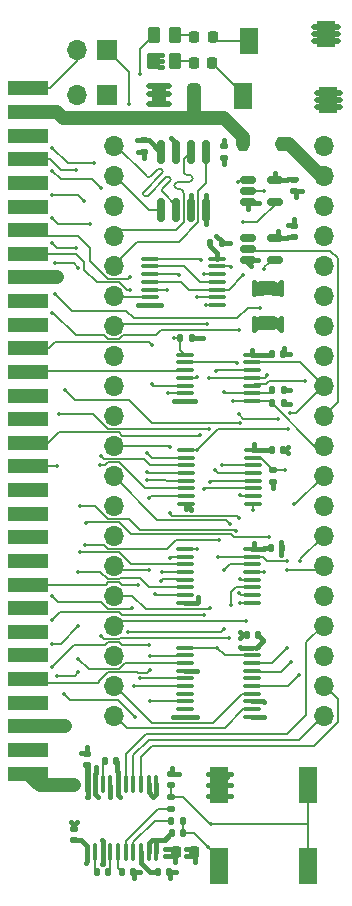
<source format=gbr>
%TF.GenerationSoftware,KiCad,Pcbnew,7.0.7*%
%TF.CreationDate,2023-08-23T23:10:22-06:00*%
%TF.ProjectId,PicoGUS Hand386,5069636f-4755-4532-9048-616e64333836,rev?*%
%TF.SameCoordinates,Original*%
%TF.FileFunction,Copper,L1,Top*%
%TF.FilePolarity,Positive*%
%FSLAX46Y46*%
G04 Gerber Fmt 4.6, Leading zero omitted, Abs format (unit mm)*
G04 Created by KiCad (PCBNEW 7.0.7) date 2023-08-23 23:10:22*
%MOMM*%
%LPD*%
G01*
G04 APERTURE LIST*
G04 Aperture macros list*
%AMRoundRect*
0 Rectangle with rounded corners*
0 $1 Rounding radius*
0 $2 $3 $4 $5 $6 $7 $8 $9 X,Y pos of 4 corners*
0 Add a 4 corners polygon primitive as box body*
4,1,4,$2,$3,$4,$5,$6,$7,$8,$9,$2,$3,0*
0 Add four circle primitives for the rounded corners*
1,1,$1+$1,$2,$3*
1,1,$1+$1,$4,$5*
1,1,$1+$1,$6,$7*
1,1,$1+$1,$8,$9*
0 Add four rect primitives between the rounded corners*
20,1,$1+$1,$2,$3,$4,$5,0*
20,1,$1+$1,$4,$5,$6,$7,0*
20,1,$1+$1,$6,$7,$8,$9,0*
20,1,$1+$1,$8,$9,$2,$3,0*%
G04 Aperture macros list end*
%TA.AperFunction,SMDPad,CuDef*%
%ADD10RoundRect,0.140000X-0.170000X0.140000X-0.170000X-0.140000X0.170000X-0.140000X0.170000X0.140000X0*%
%TD*%
%TA.AperFunction,SMDPad,CuDef*%
%ADD11RoundRect,0.250000X-0.262500X-0.450000X0.262500X-0.450000X0.262500X0.450000X-0.262500X0.450000X0*%
%TD*%
%TA.AperFunction,SMDPad,CuDef*%
%ADD12RoundRect,0.100000X-0.637500X-0.100000X0.637500X-0.100000X0.637500X0.100000X-0.637500X0.100000X0*%
%TD*%
%TA.AperFunction,ComponentPad*%
%ADD13R,1.700000X1.700000*%
%TD*%
%TA.AperFunction,ComponentPad*%
%ADD14O,1.700000X1.700000*%
%TD*%
%TA.AperFunction,SMDPad,CuDef*%
%ADD15RoundRect,0.150000X0.150000X-0.825000X0.150000X0.825000X-0.150000X0.825000X-0.150000X-0.825000X0*%
%TD*%
%TA.AperFunction,SMDPad,CuDef*%
%ADD16RoundRect,0.140000X-0.140000X-0.170000X0.140000X-0.170000X0.140000X0.170000X-0.140000X0.170000X0*%
%TD*%
%TA.AperFunction,SMDPad,CuDef*%
%ADD17RoundRect,0.250000X0.325000X0.650000X-0.325000X0.650000X-0.325000X-0.650000X0.325000X-0.650000X0*%
%TD*%
%TA.AperFunction,SMDPad,CuDef*%
%ADD18RoundRect,0.135000X-0.135000X-0.185000X0.135000X-0.185000X0.135000X0.185000X-0.135000X0.185000X0*%
%TD*%
%TA.AperFunction,SMDPad,CuDef*%
%ADD19R,3.350000X1.250000*%
%TD*%
%TA.AperFunction,SMDPad,CuDef*%
%ADD20R,1.500000X2.200000*%
%TD*%
%TA.AperFunction,SMDPad,CuDef*%
%ADD21RoundRect,0.135000X0.185000X-0.135000X0.185000X0.135000X-0.185000X0.135000X-0.185000X-0.135000X0*%
%TD*%
%TA.AperFunction,SMDPad,CuDef*%
%ADD22RoundRect,0.150000X-0.512500X-0.150000X0.512500X-0.150000X0.512500X0.150000X-0.512500X0.150000X0*%
%TD*%
%TA.AperFunction,SMDPad,CuDef*%
%ADD23RoundRect,0.140000X0.140000X0.170000X-0.140000X0.170000X-0.140000X-0.170000X0.140000X-0.170000X0*%
%TD*%
%TA.AperFunction,SMDPad,CuDef*%
%ADD24RoundRect,0.218750X-0.218750X-0.256250X0.218750X-0.256250X0.218750X0.256250X-0.218750X0.256250X0*%
%TD*%
%TA.AperFunction,SMDPad,CuDef*%
%ADD25RoundRect,0.250000X-0.650000X0.325000X-0.650000X-0.325000X0.650000X-0.325000X0.650000X0.325000X0*%
%TD*%
%TA.AperFunction,SMDPad,CuDef*%
%ADD26RoundRect,0.140000X0.170000X-0.140000X0.170000X0.140000X-0.170000X0.140000X-0.170000X-0.140000X0*%
%TD*%
%TA.AperFunction,SMDPad,CuDef*%
%ADD27RoundRect,0.100000X0.100000X-0.637500X0.100000X0.637500X-0.100000X0.637500X-0.100000X-0.637500X0*%
%TD*%
%TA.AperFunction,SMDPad,CuDef*%
%ADD28RoundRect,0.225000X0.225000X0.375000X-0.225000X0.375000X-0.225000X-0.375000X0.225000X-0.375000X0*%
%TD*%
%TA.AperFunction,SMDPad,CuDef*%
%ADD29RoundRect,0.225000X-0.225000X-0.250000X0.225000X-0.250000X0.225000X0.250000X-0.225000X0.250000X0*%
%TD*%
%TA.AperFunction,SMDPad,CuDef*%
%ADD30R,1.500000X3.100000*%
%TD*%
%TA.AperFunction,SMDPad,CuDef*%
%ADD31RoundRect,0.250000X0.262500X0.450000X-0.262500X0.450000X-0.262500X-0.450000X0.262500X-0.450000X0*%
%TD*%
%TA.AperFunction,ViaPad*%
%ADD32C,0.350000*%
%TD*%
%TA.AperFunction,Conductor*%
%ADD33C,0.171000*%
%TD*%
%TA.AperFunction,Conductor*%
%ADD34C,0.400000*%
%TD*%
%TA.AperFunction,Conductor*%
%ADD35C,0.500000*%
%TD*%
%TA.AperFunction,Conductor*%
%ADD36C,1.200000*%
%TD*%
%TA.AperFunction,Conductor*%
%ADD37C,0.200000*%
%TD*%
G04 APERTURE END LIST*
D10*
%TO.P,C10,1*%
%TO.N,+3V3*%
X134620000Y-70386000D03*
%TO.P,C10,2*%
%TO.N,GND*%
X134620000Y-71346000D03*
%TD*%
D11*
%TO.P,R3,1*%
%TO.N,UART_TX*%
X128675000Y-61000000D03*
%TO.P,R3,2*%
%TO.N,Net-(FB1-Pad1)*%
X130500000Y-61000000D03*
%TD*%
D12*
%TO.P,U3,1,S*%
%TO.N,ADS*%
X131318000Y-104487000D03*
%TO.P,U3,2,1B1*%
%TO.N,A0*%
X131318000Y-105137000D03*
%TO.P,U3,3,1B2*%
%TO.N,D0*%
X131318000Y-105787000D03*
%TO.P,U3,4,1A*%
%TO.N,AD0*%
X131318000Y-106437000D03*
%TO.P,U3,5,2B1*%
%TO.N,A1*%
X131318000Y-107087000D03*
%TO.P,U3,6,2B2*%
%TO.N,D1*%
X131318000Y-107737000D03*
%TO.P,U3,7,2A*%
%TO.N,AD1*%
X131318000Y-108387000D03*
%TO.P,U3,8,GND*%
%TO.N,GND*%
X131318000Y-109037000D03*
%TO.P,U3,9,3A*%
%TO.N,AD3*%
X137043000Y-109037000D03*
%TO.P,U3,10,3B2*%
%TO.N,D3*%
X137043000Y-108387000D03*
%TO.P,U3,11,3B1*%
%TO.N,A3*%
X137043000Y-107737000D03*
%TO.P,U3,12,4A*%
%TO.N,AD2*%
X137043000Y-107087000D03*
%TO.P,U3,13,4B2*%
%TO.N,D2*%
X137043000Y-106437000D03*
%TO.P,U3,14,4B1*%
%TO.N,A2*%
X137043000Y-105787000D03*
%TO.P,U3,15,~{OE}*%
%TO.N,~{BUSOE}*%
X137043000Y-105137000D03*
%TO.P,U3,16,VCC*%
%TO.N,+3V3*%
X137043000Y-104487000D03*
%TD*%
D13*
%TO.P,J6,1,Pin_1*%
%TO.N,UART_TX*%
X124714000Y-66040000D03*
D14*
%TO.P,J6,2,Pin_2*%
%TO.N,GND*%
X122174000Y-66040000D03*
%TD*%
D12*
%TO.P,U6,1*%
%TO.N,Net-(U5-Pad12)*%
X128338500Y-79920000D03*
%TO.P,U6,2*%
%TO.N,Net-(U6-Pad11)*%
X128338500Y-80570000D03*
%TO.P,U6,3*%
%TO.N,BUSOE*%
X128338500Y-81220000D03*
%TO.P,U6,4*%
%TO.N,Net-(U6-Pad10)*%
X128338500Y-81870000D03*
%TO.P,U6,5*%
%TO.N,Net-(U5-Pad6)*%
X128338500Y-82520000D03*
%TO.P,U6,6*%
%TO.N,~{RIOW}*%
X128338500Y-83170000D03*
%TO.P,U6,7,GND*%
%TO.N,GND*%
X128338500Y-83820000D03*
%TO.P,U6,8*%
%TO.N,~{RIOR}*%
X134063500Y-83820000D03*
%TO.P,U6,9*%
%TO.N,Net-(U5-Pad4)*%
X134063500Y-83170000D03*
%TO.P,U6,10*%
%TO.N,Net-(U6-Pad10)*%
X134063500Y-82520000D03*
%TO.P,U6,11*%
%TO.N,Net-(U6-Pad11)*%
X134063500Y-81870000D03*
%TO.P,U6,12*%
%TO.N,BUSOE*%
X134063500Y-81220000D03*
%TO.P,U6,13*%
%TO.N,RUN*%
X134063500Y-80570000D03*
%TO.P,U6,14,VCC*%
%TO.N,+3V3*%
X134063500Y-79920000D03*
%TD*%
D13*
%TO.P,JP1,1,A*%
%TO.N,Net-(JP1-A)*%
X124719000Y-62230000D03*
D14*
%TO.P,JP1,2,B*%
%TO.N,RESET*%
X122179000Y-62230000D03*
%TD*%
D15*
%TO.P,U8,1,~{CE}*%
%TO.N,~{SPI_CS}*%
X129296000Y-75791000D03*
%TO.P,U8,2,SO/SIO*%
%TO.N,SPI_RX*%
X130566000Y-75791000D03*
%TO.P,U8,3,SIO2*%
%TO.N,GND*%
X131836000Y-75791000D03*
%TO.P,U8,4,VSS*%
X133106000Y-75791000D03*
%TO.P,U8,5,SI/SIO*%
%TO.N,SPI_TX*%
X133106000Y-70841000D03*
%TO.P,U8,6,SCLK*%
%TO.N,SPI_SCK*%
X131836000Y-70841000D03*
%TO.P,U8,7,SIO3*%
%TO.N,GND*%
X130566000Y-70841000D03*
%TO.P,U8,8,VCC*%
%TO.N,+3V3*%
X129296000Y-70841000D03*
%TD*%
D16*
%TO.P,C13,1*%
%TO.N,Net-(U10-LDOO)*%
X124570000Y-122450000D03*
%TO.P,C13,2*%
%TO.N,GND*%
X125530000Y-122450000D03*
%TD*%
%TO.P,C3,1*%
%TO.N,+3V3*%
X138712000Y-88011000D03*
%TO.P,C3,2*%
%TO.N,GND*%
X139672000Y-88011000D03*
%TD*%
D17*
%TO.P,C2,1*%
%TO.N,+5V*%
X132075000Y-66000000D03*
%TO.P,C2,2*%
%TO.N,GND*%
X129125000Y-66000000D03*
%TD*%
D16*
%TO.P,C9,1*%
%TO.N,+3V3*%
X138585000Y-104394000D03*
%TO.P,C9,2*%
%TO.N,GND*%
X139545000Y-104394000D03*
%TD*%
D18*
%TO.P,R6,1*%
%TO.N,Net-(U10-OUTR)*%
X130169000Y-127508000D03*
%TO.P,R6,2*%
%TO.N,/Audio/AUDIO_R*%
X131189000Y-127508000D03*
%TD*%
D16*
%TO.P,C18,1*%
%TO.N,GND*%
X130199000Y-128524000D03*
%TO.P,C18,2*%
%TO.N,/Audio/AUDIO_R*%
X131159000Y-128524000D03*
%TD*%
D19*
%TO.P,J3,1,RESET*%
%TO.N,RESET*%
X118058000Y-65500000D03*
%TO.P,J3,3,VCC*%
%TO.N,+5V*%
X118058000Y-67500000D03*
%TO.P,J3,5,IRQ2*%
%TO.N,IRQ2*%
X118058000Y-69500000D03*
%TO.P,J3,7,-5V*%
%TO.N,Net-(J3--5V)*%
X118058000Y-71500000D03*
%TO.P,J3,9,DRQ2*%
%TO.N,unconnected-(J3-DRQ2-Pad9)*%
X118058000Y-73500000D03*
%TO.P,J3,11,-12V*%
%TO.N,unconnected-(J3--12V-Pad11)*%
X118058000Y-75500000D03*
%TO.P,J3,13,UNUSED*%
%TO.N,AUDIO_L_OUT*%
X118058000Y-77500000D03*
%TO.P,J3,15,+12V*%
%TO.N,AUDIO_R_OUT*%
X118058000Y-79500000D03*
%TO.P,J3,17,GND*%
%TO.N,GND*%
X118058000Y-81500000D03*
%TO.P,J3,19,~{SMEMW}*%
%TO.N,unconnected-(J3-~{SMEMW}-Pad19)*%
X118058000Y-83500000D03*
%TO.P,J3,21,~{SMEMR}*%
%TO.N,unconnected-(J3-~{SMEMR}-Pad21)*%
X118058000Y-85500000D03*
%TO.P,J3,23,~{IOW}*%
%TO.N,~{IOW}*%
X118058000Y-87500000D03*
%TO.P,J3,25,~{IOR}*%
%TO.N,~{IOR}*%
X118058000Y-89500000D03*
%TO.P,J3,27,~{DACK3}*%
%TO.N,DACK3*%
X118058000Y-91500000D03*
%TO.P,J3,29,DRQ3*%
%TO.N,DRQ3*%
X118058000Y-93500000D03*
%TO.P,J3,31,~{DACK1}*%
%TO.N,DACK*%
X118058000Y-95500000D03*
%TO.P,J3,33,DRQ1*%
%TO.N,DRQ*%
X118058000Y-97500000D03*
%TO.P,J3,35,~{DACK0}*%
%TO.N,unconnected-(J3-~{DACK0}-Pad35)*%
X118058000Y-99500000D03*
%TO.P,J3,37,CLK*%
%TO.N,unconnected-(J3-CLK-Pad37)*%
X118058000Y-101500000D03*
%TO.P,J3,39,IRQ7*%
%TO.N,IRQ7*%
X118058000Y-103500000D03*
%TO.P,J3,41,IRQ6*%
%TO.N,unconnected-(J3-IRQ6-Pad41)*%
X118058000Y-105500000D03*
%TO.P,J3,43,IRQ5*%
%TO.N,IRQ*%
X118058000Y-107500000D03*
%TO.P,J3,45,IRQ4*%
%TO.N,IRQ4*%
X118058000Y-109500000D03*
%TO.P,J3,47,IRQ3*%
%TO.N,IRQ3*%
X118058000Y-111500000D03*
%TO.P,J3,49,~{DACK2}*%
%TO.N,unconnected-(J3-~{DACK2}-Pad49)*%
X118058000Y-113500000D03*
%TO.P,J3,51,TC*%
%TO.N,TC*%
X118058000Y-115500000D03*
%TO.P,J3,53,ALE*%
%TO.N,unconnected-(J3-ALE-Pad53)*%
X118058000Y-117500000D03*
%TO.P,J3,55,VCC*%
%TO.N,+5V*%
X118058000Y-119500000D03*
%TO.P,J3,57,OSC*%
%TO.N,unconnected-(J3-OSC-Pad57)*%
X118058000Y-121500000D03*
%TO.P,J3,59,GND*%
%TO.N,GND*%
X118058000Y-123500000D03*
%TD*%
D20*
%TO.P,J5,R*%
%TO.N,Net-(FB2-Pad2)*%
X136275000Y-66100000D03*
%TO.P,J5,S*%
%TO.N,GND*%
X143275000Y-60900000D03*
X143475000Y-66500000D03*
%TO.P,J5,T*%
%TO.N,Net-(FB1-Pad2)*%
X136775000Y-61500000D03*
%TD*%
D16*
%TO.P,C12,1*%
%TO.N,Net-(U10-CAPP)*%
X123853000Y-131826000D03*
%TO.P,C12,2*%
%TO.N,Net-(U10-CAPM)*%
X124813000Y-131826000D03*
%TD*%
D21*
%TO.P,R5,1*%
%TO.N,Net-(U10-OUTL)*%
X130171000Y-126496000D03*
%TO.P,R5,2*%
%TO.N,/Audio/AUDIO_L*%
X130171000Y-125476000D03*
%TD*%
D16*
%TO.P,C7,1*%
%TO.N,+3V3*%
X133487000Y-78568000D03*
%TO.P,C7,2*%
%TO.N,GND*%
X134447000Y-78568000D03*
%TD*%
D12*
%TO.P,U4,1,S*%
%TO.N,ADS*%
X131386500Y-96105000D03*
%TO.P,U4,2,1B1*%
%TO.N,A4*%
X131386500Y-96755000D03*
%TO.P,U4,3,1B2*%
%TO.N,D4*%
X131386500Y-97405000D03*
%TO.P,U4,4,1A*%
%TO.N,AD4*%
X131386500Y-98055000D03*
%TO.P,U4,5,2B1*%
%TO.N,A5*%
X131386500Y-98705000D03*
%TO.P,U4,6,2B2*%
%TO.N,D5*%
X131386500Y-99355000D03*
%TO.P,U4,7,2A*%
%TO.N,AD5*%
X131386500Y-100005000D03*
%TO.P,U4,8,GND*%
%TO.N,GND*%
X131386500Y-100655000D03*
%TO.P,U4,9,3A*%
%TO.N,AD7*%
X137111500Y-100655000D03*
%TO.P,U4,10,3B2*%
%TO.N,D7*%
X137111500Y-100005000D03*
%TO.P,U4,11,3B1*%
%TO.N,A7*%
X137111500Y-99355000D03*
%TO.P,U4,12,4A*%
%TO.N,AD6*%
X137111500Y-98705000D03*
%TO.P,U4,13,4B2*%
%TO.N,D6*%
X137111500Y-98055000D03*
%TO.P,U4,14,4B1*%
%TO.N,A6*%
X137111500Y-97405000D03*
%TO.P,U4,15,~{OE}*%
%TO.N,~{BUSOE}*%
X137111500Y-96755000D03*
%TO.P,U4,16,VCC*%
%TO.N,+3V3*%
X137111500Y-96105000D03*
%TD*%
D10*
%TO.P,C14,1*%
%TO.N,GND*%
X123059000Y-121821000D03*
%TO.P,C14,2*%
%TO.N,+3V3*%
X123059000Y-122781000D03*
%TD*%
D22*
%TO.P,U7,1*%
%TO.N,AEN*%
X136657500Y-73218000D03*
%TO.P,U7,2*%
%TO.N,DACK*%
X136657500Y-74168000D03*
%TO.P,U7,3,GND*%
%TO.N,GND*%
X136657500Y-75118000D03*
%TO.P,U7,4*%
%TO.N,Net-(U6-Pad10)*%
X138932500Y-75118000D03*
%TO.P,U7,5,VCC*%
%TO.N,+3V3*%
X138932500Y-73218000D03*
%TD*%
D12*
%TO.P,U5,1*%
%TO.N,BUSOE*%
X131318000Y-88048000D03*
%TO.P,U5,2*%
%TO.N,~{BUSOE}*%
X131318000Y-88698000D03*
%TO.P,U5,3*%
%TO.N,~{IOR}*%
X131318000Y-89348000D03*
%TO.P,U5,4*%
%TO.N,Net-(U5-Pad4)*%
X131318000Y-89998000D03*
%TO.P,U5,5*%
%TO.N,~{IOW}*%
X131318000Y-90648000D03*
%TO.P,U5,6*%
%TO.N,Net-(U5-Pad6)*%
X131318000Y-91298000D03*
%TO.P,U5,7,GND*%
%TO.N,GND*%
X131318000Y-91948000D03*
%TO.P,U5,8*%
%TO.N,RUN*%
X137043000Y-91948000D03*
%TO.P,U5,9*%
%TO.N,Net-(JP1-A)*%
X137043000Y-91298000D03*
%TO.P,U5,10*%
%TO.N,~{RDACK}*%
X137043000Y-90648000D03*
%TO.P,U5,11*%
%TO.N,DACK*%
X137043000Y-89998000D03*
%TO.P,U5,12*%
%TO.N,Net-(U5-Pad12)*%
X137043000Y-89348000D03*
%TO.P,U5,13*%
%TO.N,ADS*%
X137043000Y-88698000D03*
%TO.P,U5,14,VCC*%
%TO.N,+3V3*%
X137043000Y-88048000D03*
%TD*%
D14*
%TO.P,U1,1,GPIO0*%
%TO.N,SPI_RX*%
X125290500Y-70358000D03*
%TO.P,U1,2,GPIO1*%
%TO.N,~{SPI_CS}*%
X125290500Y-72898000D03*
%TO.P,U1,3,GND*%
%TO.N,GND*%
X125290500Y-75438000D03*
%TO.P,U1,4,GPIO2*%
%TO.N,SPI_SCK*%
X125290500Y-77978000D03*
%TO.P,U1,5,GPIO3*%
%TO.N,SPI_TX*%
X125290500Y-80518000D03*
%TO.P,U1,6,GPIO4*%
%TO.N,~{RIOW}*%
X125290500Y-83058000D03*
%TO.P,U1,7,GPIO5*%
%TO.N,~{RIOR}*%
X125290500Y-85598000D03*
%TO.P,U1,8,GND*%
%TO.N,GND*%
X125290500Y-88138000D03*
%TO.P,U1,9,GPIO6*%
%TO.N,AD0*%
X125290500Y-90678000D03*
%TO.P,U1,10,GPIO7*%
%TO.N,AD1*%
X125290500Y-93218000D03*
%TO.P,U1,11,GPIO8*%
%TO.N,AD2*%
X125290500Y-95758000D03*
%TO.P,U1,12,GPIO9*%
%TO.N,AD3*%
X125290500Y-98298000D03*
%TO.P,U1,13,GND*%
%TO.N,GND*%
X125290500Y-100838000D03*
%TO.P,U1,14,GPIO10*%
%TO.N,AD4*%
X125290500Y-103378000D03*
%TO.P,U1,15,GPIO11*%
%TO.N,AD5*%
X125290500Y-105918000D03*
%TO.P,U1,16,GPIO12*%
%TO.N,AD6*%
X125290500Y-108458000D03*
%TO.P,U1,17,GPIO13*%
%TO.N,AD7*%
X125290500Y-110998000D03*
%TO.P,U1,18,GND*%
%TO.N,GND*%
X125290500Y-113538000D03*
%TO.P,U1,19,GPIO14*%
%TO.N,RA8*%
X125290500Y-116078000D03*
%TO.P,U1,20,GPIO15*%
%TO.N,RA9*%
X125290500Y-118618000D03*
%TO.P,U1,21,GPIO16*%
%TO.N,DIN*%
X143070500Y-118618000D03*
%TO.P,U1,22,GPIO17*%
%TO.N,BCK*%
X143070500Y-116078000D03*
%TO.P,U1,23,GND*%
%TO.N,GND*%
X143070500Y-113538000D03*
%TO.P,U1,24,GPIO18*%
%TO.N,LRCK*%
X143070500Y-110998000D03*
%TO.P,U1,25,GPIO19*%
%TO.N,~{RDACK}*%
X143070500Y-108458000D03*
%TO.P,U1,26,GPIO20*%
%TO.N,RTC*%
X143070500Y-105918000D03*
%TO.P,U1,27,GPIO21*%
%TO.N,RIRQ*%
X143070500Y-103378000D03*
%TO.P,U1,28,GND*%
%TO.N,GND*%
X143070500Y-100838000D03*
%TO.P,U1,29,GPIO22*%
%TO.N,RDRQ*%
X143070500Y-98298000D03*
%TO.P,U1,30,RUN*%
%TO.N,RUN*%
X143070500Y-95758000D03*
%TO.P,U1,31,GPIO26_ADC0*%
%TO.N,~{RI{slash}OCHRDY}*%
X143070500Y-93218000D03*
%TO.P,U1,32,GPIO27_ADC1*%
%TO.N,ADS*%
X143070500Y-90678000D03*
%TO.P,U1,33,AGND*%
%TO.N,GND*%
X143070500Y-88138000D03*
%TO.P,U1,34,GPIO28_ADC2*%
%TO.N,UART_TX*%
X143070500Y-85598000D03*
%TO.P,U1,35,ADC_VREF*%
%TO.N,unconnected-(U1-ADC_VREF-Pad35)*%
X143070500Y-83058000D03*
%TO.P,U1,36,3V3*%
%TO.N,+3V3*%
X143070500Y-80518000D03*
%TO.P,U1,37,3V3_EN*%
%TO.N,unconnected-(U1-3V3_EN-Pad37)*%
X143070500Y-77978000D03*
%TO.P,U1,38,GND*%
%TO.N,GND*%
X143070500Y-75438000D03*
%TO.P,U1,39,VSYS*%
%TO.N,/VSYS*%
X143070500Y-72898000D03*
%TO.P,U1,40,VBUS*%
%TO.N,unconnected-(U1-VBUS-Pad40)*%
X143070500Y-70358000D03*
%TD*%
D23*
%TO.P,C4,1*%
%TO.N,+3V3*%
X137513000Y-111760000D03*
%TO.P,C4,2*%
%TO.N,GND*%
X136553000Y-111760000D03*
%TD*%
D24*
%TO.P,FB1,1*%
%TO.N,Net-(FB1-Pad1)*%
X132102000Y-61127000D03*
%TO.P,FB1,2*%
%TO.N,Net-(FB1-Pad2)*%
X133677000Y-61127000D03*
%TD*%
D25*
%TO.P,C1,1*%
%TO.N,+3V3*%
X138313000Y-82427000D03*
%TO.P,C1,2*%
%TO.N,GND*%
X138313000Y-85377000D03*
%TD*%
D26*
%TO.P,C6,1*%
%TO.N,+3V3*%
X140599000Y-78077000D03*
%TO.P,C6,2*%
%TO.N,GND*%
X140599000Y-77117000D03*
%TD*%
D24*
%TO.P,FB2,1*%
%TO.N,Net-(FB2-Pad1)*%
X132064500Y-63327000D03*
%TO.P,FB2,2*%
%TO.N,Net-(FB2-Pad2)*%
X133639500Y-63327000D03*
%TD*%
D18*
%TO.P,R1,1*%
%TO.N,BUSOE*%
X130935000Y-86614000D03*
%TO.P,R1,2*%
%TO.N,GND*%
X131955000Y-86614000D03*
%TD*%
D27*
%TO.P,U10,1,CPVDD*%
%TO.N,+3V3*%
X123059000Y-130116500D03*
%TO.P,U10,2,CAPP*%
%TO.N,Net-(U10-CAPP)*%
X123709000Y-130116500D03*
%TO.P,U10,3,CPGND*%
%TO.N,GND*%
X124359000Y-130116500D03*
%TO.P,U10,4,CAPM*%
%TO.N,Net-(U10-CAPM)*%
X125009000Y-130116500D03*
%TO.P,U10,5,VNEG*%
%TO.N,Net-(U10-VNEG)*%
X125659000Y-130116500D03*
%TO.P,U10,6,OUTL*%
%TO.N,Net-(U10-OUTL)*%
X126309000Y-130116500D03*
%TO.P,U10,7,OUTR*%
%TO.N,Net-(U10-OUTR)*%
X126959000Y-130116500D03*
%TO.P,U10,8,AVDD*%
%TO.N,+3V3*%
X127609000Y-130116500D03*
%TO.P,U10,9,AGND*%
%TO.N,GND*%
X128259000Y-130116500D03*
%TO.P,U10,10,DEMP*%
X128909000Y-130116500D03*
%TO.P,U10,11,FLT*%
X128909000Y-124391500D03*
%TO.P,U10,12,SCK*%
X128259000Y-124391500D03*
%TO.P,U10,13,BCK*%
%TO.N,BCK*%
X127609000Y-124391500D03*
%TO.P,U10,14,DIN*%
%TO.N,DIN*%
X126959000Y-124391500D03*
%TO.P,U10,15,LRCK*%
%TO.N,LRCK*%
X126309000Y-124391500D03*
%TO.P,U10,16,FMT*%
%TO.N,GND*%
X125659000Y-124391500D03*
%TO.P,U10,17,XSMT*%
%TO.N,+3V3*%
X125009000Y-124391500D03*
%TO.P,U10,18,LDOO*%
%TO.N,Net-(U10-LDOO)*%
X124359000Y-124391500D03*
%TO.P,U10,19,DGND*%
%TO.N,GND*%
X123709000Y-124391500D03*
%TO.P,U10,20,DVDD*%
%TO.N,+3V3*%
X123059000Y-124391500D03*
%TD*%
D21*
%TO.P,R2,1*%
%TO.N,+3V3*%
X138811000Y-98808000D03*
%TO.P,R2,2*%
%TO.N,~{BUSOE}*%
X138811000Y-97788000D03*
%TD*%
D23*
%TO.P,C16,1*%
%TO.N,GND*%
X130020000Y-131826000D03*
%TO.P,C16,2*%
%TO.N,+3V3*%
X129060000Y-131826000D03*
%TD*%
D16*
%TO.P,C11,1*%
%TO.N,Net-(U10-VNEG)*%
X126012000Y-131826000D03*
%TO.P,C11,2*%
%TO.N,GND*%
X126972000Y-131826000D03*
%TD*%
D18*
%TO.P,R8,1*%
%TO.N,RUN*%
X138684000Y-92160000D03*
%TO.P,R8,2*%
%TO.N,+3V3*%
X139704000Y-92160000D03*
%TD*%
D28*
%TO.P,D1,1,K*%
%TO.N,/VSYS*%
X139585000Y-70186000D03*
%TO.P,D1,2,A*%
%TO.N,+5V*%
X136285000Y-70186000D03*
%TD*%
D22*
%TO.P,U9,1*%
%TO.N,N/C*%
X136667500Y-78126000D03*
%TO.P,U9,2*%
%TO.N,~{RI{slash}OCHRDY}*%
X136667500Y-79076000D03*
%TO.P,U9,3,GND*%
%TO.N,GND*%
X136667500Y-80026000D03*
%TO.P,U9,4*%
%TO.N,I{slash}OCHRDY*%
X138942500Y-80026000D03*
%TO.P,U9,5,VCC*%
%TO.N,+3V3*%
X138942500Y-78126000D03*
%TD*%
D10*
%TO.P,C20,1*%
%TO.N,+3V3*%
X140589000Y-73208000D03*
%TO.P,C20,2*%
%TO.N,GND*%
X140589000Y-74168000D03*
%TD*%
D29*
%TO.P,C17,1*%
%TO.N,+3V3*%
X130543000Y-130175000D03*
%TO.P,C17,2*%
%TO.N,GND*%
X132093000Y-130175000D03*
%TD*%
D10*
%TO.P,C19,1*%
%TO.N,GND*%
X130171000Y-123502000D03*
%TO.P,C19,2*%
%TO.N,/Audio/AUDIO_L*%
X130171000Y-124462000D03*
%TD*%
%TO.P,C15,1*%
%TO.N,GND*%
X121920000Y-128157000D03*
%TO.P,C15,2*%
%TO.N,+3V3*%
X121920000Y-129117000D03*
%TD*%
%TO.P,C8,1*%
%TO.N,+3V3*%
X127889000Y-69878000D03*
%TO.P,C8,2*%
%TO.N,GND*%
X127889000Y-70838000D03*
%TD*%
D12*
%TO.P,U2,1,1OE*%
%TO.N,~{BUSOE}*%
X131318000Y-112850000D03*
%TO.P,U2,2,1A0*%
%TO.N,TC*%
X131318000Y-113500000D03*
%TO.P,U2,3,2Y0*%
%TO.N,DRQ*%
X131318000Y-114150000D03*
%TO.P,U2,4,1A1*%
%TO.N,GND*%
X131318000Y-114800000D03*
%TO.P,U2,5,2Y1*%
%TO.N,IRQ*%
X131318000Y-115450000D03*
%TO.P,U2,6,1A2*%
%TO.N,A8*%
X131318000Y-116100000D03*
%TO.P,U2,7,2Y2*%
%TO.N,unconnected-(U2-2Y2-Pad7)*%
X131318000Y-116750000D03*
%TO.P,U2,8,1A3*%
%TO.N,A9*%
X131318000Y-117400000D03*
%TO.P,U2,9,2Y3*%
%TO.N,unconnected-(U2-2Y3-Pad9)*%
X131318000Y-118050000D03*
%TO.P,U2,10,GND*%
%TO.N,GND*%
X131318000Y-118700000D03*
%TO.P,U2,11,2A3*%
X137043000Y-118700000D03*
%TO.P,U2,12,1Y3*%
%TO.N,RA9*%
X137043000Y-118050000D03*
%TO.P,U2,13,2A2*%
%TO.N,GND*%
X137043000Y-117400000D03*
%TO.P,U2,14,1Y2*%
%TO.N,RA8*%
X137043000Y-116750000D03*
%TO.P,U2,15,2A1*%
%TO.N,RIRQ*%
X137043000Y-116100000D03*
%TO.P,U2,16,1Y1*%
%TO.N,unconnected-(U2-1Y1-Pad16)*%
X137043000Y-115450000D03*
%TO.P,U2,17,2A0*%
%TO.N,RDRQ*%
X137043000Y-114800000D03*
%TO.P,U2,18,1Y0*%
%TO.N,RTC*%
X137043000Y-114150000D03*
%TO.P,U2,19,2OE*%
%TO.N,~{BUSOE}*%
X137043000Y-113500000D03*
%TO.P,U2,20,VCC*%
%TO.N,+3V3*%
X137043000Y-112850000D03*
%TD*%
D30*
%TO.P,J1,R*%
%TO.N,/Audio/AUDIO_R*%
X134245000Y-131339000D03*
%TO.P,J1,S*%
%TO.N,GND*%
X134245000Y-124439000D03*
%TO.P,J1,T*%
%TO.N,/Audio/AUDIO_L*%
X141745000Y-124439000D03*
X141745000Y-131339000D03*
%TD*%
D16*
%TO.P,C5,1*%
%TO.N,+3V3*%
X138712000Y-96139000D03*
%TO.P,C5,2*%
%TO.N,GND*%
X139672000Y-96139000D03*
%TD*%
D31*
%TO.P,R4,1*%
%TO.N,Net-(FB2-Pad1)*%
X130462500Y-63200000D03*
%TO.P,R4,2*%
%TO.N,+3V3*%
X128637500Y-63200000D03*
%TD*%
D18*
%TO.P,R7,1*%
%TO.N,Net-(JP1-A)*%
X138682000Y-91059000D03*
%TO.P,R7,2*%
%TO.N,GND*%
X139702000Y-91059000D03*
%TD*%
D32*
%TO.N,A0*%
X130048000Y-105283000D03*
%TO.N,A1*%
X129286000Y-107188000D03*
%TO.N,A2*%
X134620000Y-111252000D03*
X134620000Y-106299000D03*
X126492000Y-111506000D03*
%TO.N,A3*%
X135255000Y-109220000D03*
X124206000Y-111887000D03*
X135074000Y-112068000D03*
%TO.N,A4*%
X120500000Y-115212000D03*
X128143000Y-96393000D03*
X122301000Y-114935000D03*
%TO.N,A5*%
X128270000Y-112649000D03*
X120100000Y-114500000D03*
X128143000Y-98679000D03*
%TO.N,A6*%
X134493000Y-97409000D03*
X134239000Y-103759000D03*
X122301000Y-110998000D03*
X120100000Y-112500000D03*
X122882000Y-104140000D03*
%TO.N,A7*%
X132969000Y-99441000D03*
X120100000Y-110500000D03*
X132969000Y-110109000D03*
%TO.N,A8*%
X120100000Y-108500000D03*
X126873000Y-109474000D03*
X127000000Y-116078000D03*
%TO.N,A9*%
X121050000Y-116750000D03*
X127127000Y-118745000D03*
X128400000Y-117400000D03*
%TO.N,D0*%
X120300000Y-80300000D03*
X122300000Y-80700000D03*
X122428000Y-104775000D03*
%TO.N,D1*%
X120100000Y-78600000D03*
X122275000Y-106400000D03*
X122100000Y-79000000D03*
%TO.N,D2*%
X122936000Y-102300000D03*
X138049000Y-106426000D03*
X120100000Y-76500000D03*
X138430000Y-103505000D03*
X123300000Y-77000000D03*
%TO.N,D3*%
X135890000Y-108204000D03*
X135636000Y-102997000D03*
X122800000Y-75057000D03*
X120100000Y-74500000D03*
X122428000Y-100838000D03*
%TO.N,D4*%
X120100000Y-72500000D03*
X124206000Y-96647000D03*
X124206000Y-73914000D03*
%TO.N,D5*%
X124100000Y-97400000D03*
X120100000Y-70500000D03*
X123600000Y-71800000D03*
%TO.N,D6*%
X133858000Y-97790000D03*
X120700000Y-93091000D03*
X133350000Y-94361000D03*
%TO.N,D7*%
X136017000Y-99949000D03*
X136017000Y-93853000D03*
X121200000Y-91059000D03*
%TO.N,GND*%
X132200000Y-130950000D03*
X142500000Y-67100000D03*
X130550000Y-131850000D03*
X121501000Y-124800000D03*
X140081000Y-95885000D03*
X137568750Y-75184000D03*
X122174000Y-127621000D03*
X129286000Y-83820000D03*
X123825000Y-122936000D03*
X136679750Y-75692000D03*
X120575000Y-81200000D03*
X136906000Y-80518000D03*
X130806000Y-123571000D03*
X142300000Y-60300000D03*
X140081000Y-96393000D03*
X144300000Y-60300000D03*
X128250000Y-66800000D03*
X122555000Y-121793000D03*
X136017000Y-112014000D03*
X140589000Y-76581000D03*
X133096000Y-76962000D03*
X120901000Y-124200000D03*
X131450000Y-130450000D03*
X131400000Y-101100000D03*
X127381000Y-83820000D03*
X136017000Y-111506000D03*
X130175000Y-69723000D03*
X123059000Y-121285000D03*
X132461000Y-108585000D03*
X130365500Y-91948000D03*
X144500000Y-65900000D03*
X137200000Y-85979000D03*
X128250000Y-65300000D03*
X133096000Y-74549000D03*
X142300000Y-61500000D03*
X140081000Y-77089000D03*
X124333000Y-129159000D03*
X140225500Y-88011000D03*
X135200000Y-124500000D03*
X130000000Y-66000000D03*
X131450000Y-129900000D03*
X131850000Y-101200000D03*
X134620000Y-71882000D03*
X144300000Y-60900000D03*
X120100000Y-81200000D03*
X133300000Y-125400000D03*
X120100000Y-81800000D03*
X135200000Y-123500000D03*
X132842000Y-86614000D03*
X120301000Y-124200000D03*
X121666000Y-127621000D03*
X130000000Y-66800000D03*
X127000000Y-132350000D03*
X135204000Y-125400000D03*
X139463500Y-84963000D03*
X133300000Y-123500000D03*
X129032000Y-129159000D03*
X138049000Y-118745000D03*
X144300000Y-61500000D03*
X142500000Y-65900000D03*
X124333000Y-131191000D03*
X125603000Y-123317000D03*
X137200000Y-84963000D03*
X139463500Y-85471000D03*
X132334000Y-114808000D03*
X123952000Y-125476000D03*
X131836000Y-74549000D03*
X132334000Y-118745000D03*
X142500000Y-66500000D03*
X144500000Y-66500000D03*
X139463500Y-85979000D03*
X127889000Y-71374000D03*
X135128000Y-78613000D03*
X139700000Y-87503000D03*
X141224000Y-74168000D03*
X144500000Y-67100000D03*
X129750000Y-128950000D03*
X137541000Y-80010000D03*
X137200000Y-85471000D03*
X128250000Y-66000000D03*
X138049000Y-117475000D03*
X128520000Y-129159000D03*
X120575000Y-81800000D03*
X130000000Y-65300000D03*
X120901000Y-124800000D03*
X133985000Y-77978000D03*
X142300000Y-60900000D03*
X130324500Y-118745000D03*
X139446000Y-105029000D03*
X122101000Y-124500000D03*
X120301000Y-124800000D03*
X140716000Y-74676000D03*
X139446000Y-103886000D03*
X125853000Y-125476000D03*
X130050000Y-132350000D03*
X130200000Y-123000000D03*
X127508000Y-131826000D03*
X121501000Y-124200000D03*
X128647000Y-125476000D03*
X132334000Y-109093000D03*
X127381000Y-70866000D03*
X140208000Y-91059000D03*
X133300000Y-124500000D03*
X132207000Y-91948000D03*
%TO.N,~{IOW}*%
X128524000Y-87249000D03*
X128524000Y-90551000D03*
%TO.N,+3V3*%
X123063000Y-123317000D03*
X129400000Y-62700000D03*
X137033000Y-87630000D03*
X134063500Y-79453500D03*
X122682000Y-129286000D03*
X129650000Y-130450000D03*
X139450000Y-81915000D03*
X122936000Y-131064000D03*
X137922000Y-112268000D03*
X136017000Y-112776000D03*
X129650000Y-129900000D03*
X137186500Y-82908000D03*
X137186500Y-82400000D03*
X128397000Y-131826000D03*
X138176000Y-96139000D03*
X123059000Y-125476000D03*
X140208000Y-92202000D03*
X125009000Y-125476000D03*
X128651000Y-70231000D03*
X127254000Y-69850000D03*
X137160000Y-95631000D03*
X138811000Y-99314000D03*
X127609000Y-131042000D03*
X140053000Y-78077000D03*
X134620000Y-69850000D03*
X138049000Y-104422000D03*
X139192000Y-77597000D03*
X139954000Y-73279000D03*
X138938000Y-72644000D03*
X130450000Y-130950000D03*
X137160000Y-104013000D03*
X129400000Y-63200000D03*
X138086000Y-88048000D03*
X139450000Y-82423000D03*
X129400000Y-63700000D03*
X133731000Y-79121000D03*
X139450000Y-82931000D03*
X137186500Y-81892000D03*
%TO.N,I{slash}OCHRDY*%
X120300000Y-82900000D03*
X138049000Y-80772000D03*
X137668000Y-84074000D03*
%TO.N,+5V*%
X122700000Y-68300000D03*
X122200000Y-68300000D03*
X120200000Y-119800000D03*
X121200000Y-119500000D03*
X123216000Y-68021200D03*
X120700000Y-119800000D03*
X122700000Y-67700000D03*
X122200000Y-67700000D03*
X120200000Y-119200000D03*
X120700000Y-119200000D03*
%TO.N,~{RIOR}*%
X133096000Y-83820000D03*
X133223000Y-85471000D03*
%TO.N,TC*%
X128333500Y-114744500D03*
X128397000Y-113538000D03*
%TO.N,BUSOE*%
X130810000Y-81280000D03*
X130429000Y-86614000D03*
X132969000Y-81220000D03*
%TO.N,RIRQ*%
X141097000Y-105537000D03*
X140970000Y-115189000D03*
%TO.N,~{RDACK}*%
X141478000Y-90297000D03*
%TO.N,RDRQ*%
X140589000Y-100711000D03*
X140335000Y-114046000D03*
%TO.N,RTC*%
X139954000Y-112903000D03*
X139954000Y-106299000D03*
%TO.N,IRQ*%
X127515000Y-115450000D03*
X127381000Y-107569000D03*
%TO.N,DACK*%
X133350000Y-90043000D03*
X132588000Y-94869000D03*
X138049000Y-74168000D03*
X138303000Y-89789000D03*
%TO.N,DRQ*%
X122301000Y-113792000D03*
X120500000Y-97500000D03*
%TO.N,AEN*%
X120100000Y-84500000D03*
X135890000Y-85979000D03*
X135817000Y-73406000D03*
%TO.N,ADS*%
X140081000Y-94361000D03*
X140208000Y-92964000D03*
X132334000Y-104521000D03*
X132334000Y-96139000D03*
%TO.N,~{BUSOE}*%
X134112000Y-105156000D03*
X139827000Y-97788000D03*
X135763000Y-88773000D03*
X135890000Y-93091000D03*
X134048500Y-112839500D03*
X139192000Y-93472000D03*
X139954000Y-105537000D03*
%TO.N,RUN*%
X135382000Y-91948000D03*
X135255000Y-80645000D03*
%TO.N,AD7*%
X137096500Y-101155500D03*
X136525000Y-110617000D03*
%TO.N,AD6*%
X133477000Y-109474000D03*
X133477000Y-98806000D03*
%TO.N,AD5*%
X128270000Y-100203000D03*
X128270000Y-106299000D03*
%TO.N,AD4*%
X128150000Y-97950000D03*
%TO.N,AD3*%
X135128000Y-102362000D03*
X136017000Y-109093000D03*
%TO.N,AD2*%
X130048000Y-101473000D03*
X136017000Y-107061000D03*
X135890000Y-101854000D03*
X130048000Y-95885000D03*
%TO.N,AD1*%
X128778000Y-108331000D03*
%TO.N,AD0*%
X129413000Y-106426000D03*
%TO.N,UART_TX*%
X127508000Y-64262000D03*
%TO.N,Net-(U5-Pad4)*%
X132334000Y-89916000D03*
X132334000Y-83185000D03*
%TO.N,Net-(U5-Pad6)*%
X129921000Y-91313000D03*
X129794000Y-82550000D03*
%TO.N,Net-(U6-Pad10)*%
X136271000Y-76835000D03*
X136271000Y-81280000D03*
%TO.N,Net-(U5-Pad12)*%
X132715000Y-80010000D03*
X133985000Y-89408000D03*
%TO.N,AUDIO_L_OUT*%
X126700000Y-81500000D03*
%TO.N,AUDIO_R_OUT*%
X126700000Y-82600000D03*
%TO.N,Net-(J3--5V)*%
X122100000Y-72400000D03*
%TO.N,/Audio/AUDIO_R*%
X133303000Y-129747000D03*
%TO.N,/Audio/AUDIO_L*%
X133500000Y-127750000D03*
%TO.N,Net-(JP1-A)*%
X126600000Y-66800000D03*
X134620000Y-91186000D03*
%TD*%
D33*
%TO.N,D1*%
X124166660Y-106400000D02*
X124820160Y-107053500D01*
X125760840Y-107053500D02*
X125844340Y-106970000D01*
X122275000Y-106400000D02*
X124166660Y-106400000D01*
X125844340Y-106970000D02*
X127544000Y-106970000D01*
X124820160Y-107053500D02*
X125760840Y-107053500D01*
X127544000Y-106970000D02*
X128311000Y-107737000D01*
X128311000Y-107737000D02*
X131318000Y-107737000D01*
%TO.N,TC*%
X128333500Y-114744500D02*
X128082000Y-114996000D01*
X128082000Y-114996000D02*
X127326947Y-114996000D01*
X127326947Y-114996000D02*
X127273447Y-114942500D01*
X127273447Y-114942500D02*
X124820160Y-114942500D01*
X124820160Y-114942500D02*
X124155000Y-115607660D01*
X118358000Y-115800000D02*
X118058000Y-115500000D01*
X124155000Y-115607660D02*
X124155000Y-115615000D01*
X124155000Y-115615000D02*
X123970000Y-115800000D01*
X123970000Y-115800000D02*
X118358000Y-115800000D01*
%TO.N,A5*%
X120100000Y-114500000D02*
X121950000Y-112650000D01*
X125760840Y-112402500D02*
X126008340Y-112650000D01*
X124820160Y-112402500D02*
X125760840Y-112402500D01*
X128269000Y-112650000D02*
X128270000Y-112649000D01*
X124572660Y-112650000D02*
X124820160Y-112402500D01*
X121950000Y-112650000D02*
X124572660Y-112650000D01*
X126008340Y-112650000D02*
X128269000Y-112650000D01*
%TO.N,IRQ*%
X127381000Y-107569000D02*
X127362000Y-107550000D01*
X124642660Y-107500000D02*
X118058000Y-107500000D01*
X127362000Y-107550000D02*
X125988340Y-107550000D01*
X124820160Y-107322500D02*
X124642660Y-107500000D01*
X125988340Y-107550000D02*
X125760840Y-107322500D01*
X125760840Y-107322500D02*
X124820160Y-107322500D01*
%TO.N,D3*%
X135636000Y-102997000D02*
X135509000Y-102870000D01*
X135509000Y-102870000D02*
X127508000Y-102870000D01*
X126611500Y-101973500D02*
X124820160Y-101973500D01*
X124155000Y-101308340D02*
X124155000Y-101305000D01*
X127508000Y-102870000D02*
X126611500Y-101973500D01*
X124820160Y-101973500D02*
X124155000Y-101308340D01*
X124155000Y-101305000D02*
X123688000Y-100838000D01*
X123688000Y-100838000D02*
X122428000Y-100838000D01*
%TO.N,DACK*%
X132588000Y-94869000D02*
X132557000Y-94900000D01*
X132557000Y-94900000D02*
X126038340Y-94900000D01*
X126038340Y-94900000D02*
X125760840Y-94622500D01*
X119775000Y-95500000D02*
X118058000Y-95500000D01*
X125760840Y-94622500D02*
X120652500Y-94622500D01*
X120652500Y-94622500D02*
X119775000Y-95500000D01*
%TO.N,AUDIO_L_OUT*%
X126700000Y-81500000D02*
X126546500Y-81653500D01*
X126546500Y-81653500D02*
X124820160Y-81653500D01*
X124820160Y-81653500D02*
X123300000Y-80133340D01*
X123300000Y-80133340D02*
X123300000Y-79000000D01*
X123300000Y-79000000D02*
X122300000Y-78000000D01*
X122300000Y-78000000D02*
X118558000Y-78000000D01*
%TO.N,AUDIO_R_OUT*%
X118058000Y-79500000D02*
X122100000Y-79500000D01*
X122809000Y-80848200D02*
X123883300Y-81922500D01*
X122809000Y-80209000D02*
X122809000Y-80848200D01*
X123883300Y-81922500D02*
X125760840Y-81922500D01*
X122100000Y-79500000D02*
X122809000Y-80209000D01*
X126426000Y-82587660D02*
X126426000Y-82600000D01*
X125760840Y-81922500D02*
X126426000Y-82587660D01*
X126426000Y-82600000D02*
X126700000Y-82600000D01*
%TO.N,AEN*%
X120100000Y-84500000D02*
X120200000Y-84500000D01*
X120200000Y-84500000D02*
X122100000Y-86400000D01*
X122100000Y-86400000D02*
X124486660Y-86400000D01*
X126094340Y-86400000D02*
X128865000Y-86400000D01*
X124486660Y-86400000D02*
X124820160Y-86733500D01*
X129286000Y-85979000D02*
X135890000Y-85979000D01*
X124820160Y-86733500D02*
X125760840Y-86733500D01*
X125760840Y-86733500D02*
X126094340Y-86400000D01*
X128865000Y-86400000D02*
X129286000Y-85979000D01*
%TO.N,A0*%
X130194000Y-105137000D02*
X130048000Y-105283000D01*
X131318000Y-105137000D02*
X130194000Y-105137000D01*
%TO.N,A1*%
X129413000Y-107061000D02*
X131292000Y-107061000D01*
X129286000Y-107188000D02*
X129413000Y-107061000D01*
%TO.N,A2*%
X134366000Y-111506000D02*
X134620000Y-111252000D01*
X134620000Y-106299000D02*
X135132000Y-105787000D01*
X126492000Y-111506000D02*
X134366000Y-111506000D01*
X135132000Y-105787000D02*
X137043000Y-105787000D01*
%TO.N,A3*%
X124452500Y-112133500D02*
X124206000Y-111887000D01*
X125760840Y-112133500D02*
X124452500Y-112133500D01*
X135255000Y-109220000D02*
X135255000Y-108150000D01*
X135074000Y-112068000D02*
X135066000Y-112060000D01*
X135255000Y-108150000D02*
X135668000Y-107737000D01*
X135066000Y-112060000D02*
X125834340Y-112060000D01*
X135668000Y-107737000D02*
X137043000Y-107737000D01*
X125834340Y-112060000D02*
X125760840Y-112133500D01*
%TO.N,A4*%
X131386500Y-96755000D02*
X128505000Y-96755000D01*
X122024000Y-115212000D02*
X122301000Y-114935000D01*
X120500000Y-115212000D02*
X122024000Y-115212000D01*
X128505000Y-96755000D02*
X128143000Y-96393000D01*
%TO.N,A5*%
X131386500Y-98705000D02*
X128143000Y-98679000D01*
%TO.N,A6*%
X120100000Y-112500000D02*
X120799000Y-112500000D01*
X122882000Y-104140000D02*
X124446660Y-104140000D01*
X129801500Y-104513500D02*
X130556000Y-103759000D01*
X124446660Y-104140000D02*
X124820160Y-104513500D01*
X137111500Y-97405000D02*
X134497000Y-97405000D01*
X120799000Y-112500000D02*
X122301000Y-110998000D01*
X134497000Y-97405000D02*
X134493000Y-97409000D01*
X124820160Y-104513500D02*
X129801500Y-104513500D01*
X130556000Y-103759000D02*
X134239000Y-103759000D01*
%TO.N,A7*%
X132969000Y-99441000D02*
X133055000Y-99355000D01*
X126007340Y-110109000D02*
X132969000Y-110109000D01*
X133055000Y-99355000D02*
X137111500Y-99355000D01*
X125760840Y-109862500D02*
X126007340Y-110109000D01*
X120737500Y-109862500D02*
X125760840Y-109862500D01*
X120100000Y-110500000D02*
X120737500Y-109862500D01*
%TO.N,A8*%
X120567000Y-108967000D02*
X124193660Y-108967000D01*
X124820160Y-109593500D02*
X126753500Y-109593500D01*
X120100000Y-108500000D02*
X120567000Y-108967000D01*
X126753500Y-109593500D02*
X126873000Y-109474000D01*
X127000000Y-116078000D02*
X131296000Y-116078000D01*
X124193660Y-108967000D02*
X124820160Y-109593500D01*
%TO.N,A9*%
X131318000Y-117400000D02*
X128400000Y-117400000D01*
X121050000Y-116750000D02*
X121600000Y-117300000D01*
X121600000Y-117300000D02*
X125682000Y-117300000D01*
X125682000Y-117300000D02*
X127127000Y-118745000D01*
%TO.N,D0*%
X125760840Y-104782500D02*
X126765340Y-105787000D01*
X121900000Y-80300000D02*
X122300000Y-80700000D01*
X126765340Y-105787000D02*
X131318000Y-105787000D01*
X120300000Y-80300000D02*
X121900000Y-80300000D01*
X122428000Y-104775000D02*
X122435500Y-104782500D01*
X122435500Y-104782500D02*
X125760840Y-104782500D01*
%TO.N,D1*%
X120500000Y-79000000D02*
X122100000Y-79000000D01*
X120100000Y-78600000D02*
X120500000Y-79000000D01*
%TO.N,D2*%
X138376000Y-103451000D02*
X138430000Y-103505000D01*
X126769340Y-103251000D02*
X135247947Y-103251000D01*
X137043000Y-106437000D02*
X138038000Y-106437000D01*
X122936000Y-102300000D02*
X122993500Y-102242500D01*
X135247947Y-103251000D02*
X135447947Y-103451000D01*
X138038000Y-106437000D02*
X138049000Y-106426000D01*
X120600000Y-77000000D02*
X120100000Y-76500000D01*
X123300000Y-77000000D02*
X120600000Y-77000000D01*
X135447947Y-103451000D02*
X138376000Y-103451000D01*
X125760840Y-102242500D02*
X126769340Y-103251000D01*
X122993500Y-102242500D02*
X125760840Y-102242500D01*
%TO.N,D3*%
X137043000Y-108387000D02*
X136073000Y-108387000D01*
X122243000Y-74500000D02*
X122800000Y-75057000D01*
X136073000Y-108387000D02*
X135890000Y-108204000D01*
X120100000Y-74500000D02*
X122243000Y-74500000D01*
%TO.N,D4*%
X131386500Y-97405000D02*
X128397000Y-97405000D01*
X123492000Y-73200000D02*
X124206000Y-73914000D01*
X124452500Y-96893500D02*
X124206000Y-96647000D01*
X128397000Y-97405000D02*
X127885500Y-96893500D01*
X120100000Y-72500000D02*
X120800000Y-73200000D01*
X127885500Y-96893500D02*
X124452500Y-96893500D01*
X120800000Y-73200000D02*
X123492000Y-73200000D01*
%TO.N,D5*%
X124100000Y-97400000D02*
X124582660Y-97400000D01*
X120100000Y-70500000D02*
X121400000Y-71800000D01*
X127969170Y-99355000D02*
X131386500Y-99355000D01*
X124582660Y-97400000D02*
X124820160Y-97162500D01*
X124820160Y-97162500D02*
X125776670Y-97162500D01*
X125776670Y-97162500D02*
X127969170Y-99355000D01*
X121400000Y-71800000D02*
X123600000Y-71800000D01*
%TO.N,D6*%
X124155000Y-93688340D02*
X124820160Y-94353500D01*
X137111500Y-98055000D02*
X134123000Y-98055000D01*
X134123000Y-98055000D02*
X133858000Y-97790000D01*
X123571000Y-93091000D02*
X124155000Y-93675000D01*
X120700000Y-93091000D02*
X123571000Y-93091000D01*
X133342500Y-94353500D02*
X133350000Y-94361000D01*
X124155000Y-93675000D02*
X124155000Y-93688340D01*
X124820160Y-94353500D02*
X133342500Y-94353500D01*
%TO.N,D7*%
X121200000Y-91059000D02*
X122038200Y-91897200D01*
X126568200Y-91897200D02*
X128524000Y-93853000D01*
X137111500Y-100005000D02*
X136073000Y-100005000D01*
X128524000Y-93853000D02*
X136017000Y-93853000D01*
X122038200Y-91897200D02*
X126568200Y-91897200D01*
X136073000Y-100005000D02*
X136017000Y-99949000D01*
D34*
%TO.N,GND*%
X139446000Y-103886000D02*
X139446000Y-104295000D01*
X133096000Y-74549000D02*
X133096000Y-75791000D01*
X139463500Y-85598000D02*
X139463500Y-85471000D01*
X127409000Y-70838000D02*
X127889000Y-70838000D01*
X125659000Y-124391500D02*
X125659000Y-123373000D01*
X129286000Y-83820000D02*
X128338500Y-83820000D01*
X135200000Y-124500000D02*
X134804000Y-124500000D01*
D35*
X142300000Y-60900000D02*
X143275000Y-60900000D01*
X144500000Y-65900000D02*
X144075000Y-65900000D01*
D34*
X136667500Y-80026000D02*
X136667500Y-80279500D01*
D36*
X118058000Y-81500000D02*
X120500000Y-81500000D01*
D34*
X123952000Y-125476000D02*
X123709000Y-125233000D01*
D35*
X128250000Y-65300000D02*
X129102500Y-65300000D01*
D34*
X122174000Y-127621000D02*
X121920000Y-127875000D01*
D35*
X128250000Y-66800000D02*
X129102500Y-66800000D01*
D34*
X128259000Y-125088000D02*
X128647000Y-125476000D01*
X139463500Y-85979000D02*
X138861500Y-85377000D01*
X137541000Y-80010000D02*
X136683500Y-80010000D01*
X128909000Y-125214000D02*
X128647000Y-125476000D01*
X131850000Y-101200000D02*
X131850000Y-101116000D01*
D35*
X144300000Y-61500000D02*
X143875000Y-61500000D01*
X144300000Y-60900000D02*
X143275000Y-60900000D01*
D34*
X140081000Y-77089000D02*
X140571000Y-77089000D01*
X135200000Y-123500000D02*
X134804000Y-123500000D01*
X137200000Y-85344000D02*
X137454000Y-85090000D01*
X134447000Y-78440000D02*
X133985000Y-77978000D01*
X139672000Y-96139000D02*
X139827000Y-96139000D01*
X136271000Y-111760000D02*
X136553000Y-111760000D01*
X137043000Y-118700000D02*
X138004000Y-118700000D01*
X128909000Y-129282000D02*
X129032000Y-129159000D01*
X133096000Y-76962000D02*
X133096000Y-75801000D01*
X125853000Y-125476000D02*
X125659000Y-125282000D01*
X133631000Y-123825000D02*
X134245000Y-124439000D01*
X127508000Y-131826000D02*
X126972000Y-131826000D01*
X125659000Y-125282000D02*
X125659000Y-124391500D01*
X135204000Y-125400000D02*
X134596000Y-125400000D01*
X121666000Y-127621000D02*
X121920000Y-127875000D01*
X133300000Y-125400000D02*
X133820000Y-125400000D01*
X130171000Y-128524000D02*
X129601500Y-129093500D01*
X128259000Y-124391500D02*
X128259000Y-125088000D01*
X132461000Y-108966000D02*
X132334000Y-109093000D01*
X124359000Y-130116500D02*
X124359000Y-129185000D01*
X133300000Y-124500000D02*
X133920000Y-124500000D01*
X122555000Y-121793000D02*
X123031000Y-121793000D01*
X137568750Y-75184000D02*
X136751250Y-75184000D01*
X132334000Y-114808000D02*
X131326000Y-114808000D01*
X137802000Y-85377000D02*
X138313000Y-85377000D01*
X134447000Y-78568000D02*
X134447000Y-78440000D01*
D36*
X121901000Y-124500000D02*
X119058000Y-124500000D01*
D34*
X129536000Y-129159000D02*
X129601500Y-129093500D01*
X136017000Y-112014000D02*
X136271000Y-111760000D01*
X127381000Y-83820000D02*
X128328500Y-83820000D01*
X130365500Y-91948000D02*
X131254500Y-91948000D01*
X131850000Y-101116000D02*
X131389000Y-100655000D01*
D35*
X142300000Y-61500000D02*
X142675000Y-61500000D01*
X144500000Y-66500000D02*
X143475000Y-66500000D01*
D34*
X140225500Y-88011000D02*
X139682500Y-88011000D01*
X139446000Y-104295000D02*
X139545000Y-104394000D01*
X131386500Y-101086500D02*
X131386500Y-100655000D01*
D35*
X144500000Y-67100000D02*
X144075000Y-67100000D01*
D34*
X127000000Y-132350000D02*
X127000000Y-131854000D01*
X137200000Y-85344000D02*
X137200000Y-85471000D01*
D35*
X142300000Y-60300000D02*
X142675000Y-60300000D01*
D34*
X123709000Y-125233000D02*
X123709000Y-124391500D01*
X128520000Y-129159000D02*
X128259000Y-129420000D01*
X130050000Y-132350000D02*
X130050000Y-131856000D01*
X130200000Y-123000000D02*
X130200000Y-123473000D01*
X140716000Y-74676000D02*
X140716000Y-74168000D01*
X121920000Y-127875000D02*
X121920000Y-128157000D01*
X128909000Y-124391500D02*
X128909000Y-125214000D01*
X132461000Y-108585000D02*
X132461000Y-108966000D01*
X138004000Y-118700000D02*
X138049000Y-118745000D01*
X132207000Y-91948000D02*
X131318000Y-91948000D01*
X139463500Y-84963000D02*
X139336500Y-85090000D01*
X136667500Y-80279500D02*
X136906000Y-80518000D01*
X137043000Y-117400000D02*
X137974000Y-117400000D01*
X128520000Y-129159000D02*
X129536000Y-129159000D01*
X131326000Y-114808000D02*
X131318000Y-114800000D01*
X127889000Y-71374000D02*
X127889000Y-70838000D01*
X132200000Y-130950000D02*
X132200000Y-130180500D01*
X139446000Y-104493000D02*
X139545000Y-104394000D01*
X139463500Y-85344000D02*
X139463500Y-85598000D01*
D35*
X130000000Y-66000000D02*
X129048750Y-66000000D01*
D34*
X138861500Y-85377000D02*
X138313000Y-85377000D01*
X132334000Y-109093000D02*
X131374000Y-109093000D01*
X131400000Y-101100000D02*
X131386500Y-101086500D01*
D35*
X130000000Y-66800000D02*
X129048750Y-66800000D01*
D34*
X139336500Y-85090000D02*
X139209500Y-85090000D01*
X131374000Y-109093000D02*
X131318000Y-109037000D01*
D35*
X142500000Y-65900000D02*
X142875000Y-65900000D01*
D34*
X130175000Y-69723000D02*
X130566000Y-70114000D01*
X137200000Y-85979000D02*
X137802000Y-85377000D01*
X130550000Y-131850000D02*
X130044000Y-131850000D01*
X124359000Y-131165000D02*
X124333000Y-131191000D01*
X125603000Y-123317000D02*
X125603000Y-122523000D01*
X132334000Y-118745000D02*
X131363000Y-118745000D01*
X132842000Y-86614000D02*
X131955000Y-86614000D01*
X139463500Y-85344000D02*
X139463500Y-84963000D01*
X124359000Y-130116500D02*
X124359000Y-131165000D01*
X139446000Y-105029000D02*
X139446000Y-104493000D01*
X136017000Y-111506000D02*
X136271000Y-111760000D01*
X131450000Y-129900000D02*
X131930500Y-129900000D01*
X139463500Y-85598000D02*
X139463500Y-85979000D01*
X130806000Y-123571000D02*
X130240000Y-123571000D01*
X139463500Y-85344000D02*
X139209500Y-85090000D01*
D35*
X130000000Y-65300000D02*
X129048750Y-65300000D01*
D34*
X137200000Y-85090000D02*
X137200000Y-85344000D01*
X139700000Y-87503000D02*
X139700000Y-87983000D01*
X139827000Y-96139000D02*
X140081000Y-95885000D01*
D35*
X144300000Y-60300000D02*
X143875000Y-60300000D01*
X142500000Y-66500000D02*
X143475000Y-66500000D01*
D34*
X137200000Y-85090000D02*
X137454000Y-85090000D01*
X133300000Y-123500000D02*
X133708000Y-123500000D01*
X128909000Y-130116500D02*
X128909000Y-129282000D01*
X131836000Y-74549000D02*
X131836000Y-75791000D01*
X139463500Y-85471000D02*
X139463500Y-85344000D01*
D36*
X120100000Y-124500000D02*
X119058000Y-124500000D01*
D34*
X140081000Y-96393000D02*
X139827000Y-96139000D01*
X123825000Y-123425000D02*
X123709000Y-123541000D01*
X123709000Y-123541000D02*
X123709000Y-124391500D01*
D36*
X119058000Y-124500000D02*
X118058000Y-123500000D01*
D34*
X137200000Y-85598000D02*
X137200000Y-85344000D01*
X131363000Y-118745000D02*
X131318000Y-118700000D01*
D35*
X128250000Y-66000000D02*
X129102500Y-66000000D01*
D34*
X123825000Y-122936000D02*
X123825000Y-123425000D01*
X137974000Y-117400000D02*
X138049000Y-117475000D01*
X128259000Y-129420000D02*
X128259000Y-130116500D01*
X139446000Y-85090000D02*
X138662500Y-85090000D01*
X125659000Y-123373000D02*
X125603000Y-123317000D01*
X124359000Y-129185000D02*
X124333000Y-129159000D01*
X131450000Y-130450000D02*
X131930500Y-130450000D01*
D35*
X142500000Y-67100000D02*
X142875000Y-67100000D01*
D34*
X139463500Y-85471000D02*
X137200000Y-85471000D01*
X134620000Y-71882000D02*
X134620000Y-71346000D01*
X141224000Y-74168000D02*
X140716000Y-74168000D01*
X140589000Y-76581000D02*
X140589000Y-77107000D01*
X134859000Y-123825000D02*
X134245000Y-124439000D01*
X130324500Y-118745000D02*
X131295500Y-118745000D01*
X140208000Y-91059000D02*
X139702000Y-91059000D01*
X137200000Y-85598000D02*
X137200000Y-85979000D01*
X137200000Y-84963000D02*
X137327000Y-85090000D01*
X135128000Y-78613000D02*
X134492000Y-78613000D01*
X136679750Y-75692000D02*
X136679750Y-75123500D01*
X127381000Y-70866000D02*
X127409000Y-70838000D01*
X137200000Y-85471000D02*
X137200000Y-85598000D01*
X123059000Y-121821000D02*
X123059000Y-121285000D01*
D33*
%TO.N,~{IOW}*%
X128524000Y-90551000D02*
X128621000Y-90648000D01*
X119800000Y-87500000D02*
X118058000Y-87500000D01*
X128524000Y-87249000D02*
X128277500Y-87002500D01*
X128621000Y-90648000D02*
X131318000Y-90648000D01*
X128277500Y-87002500D02*
X120297500Y-87002500D01*
X120297500Y-87002500D02*
X119800000Y-87500000D01*
%TO.N,~{IOR}*%
X131258000Y-89408000D02*
X118150000Y-89408000D01*
%TO.N,RA9*%
X136275000Y-118050000D02*
X136458000Y-118050000D01*
X125290500Y-118528000D02*
X126396500Y-119634000D01*
X126396500Y-119634000D02*
X134691000Y-119634000D01*
X134691000Y-119634000D02*
X136275000Y-118050000D01*
%TO.N,RA8*%
X133668000Y-119257000D02*
X136175000Y-116750000D01*
X136175000Y-116750000D02*
X136457697Y-116750000D01*
X125290500Y-115988000D02*
X128559500Y-119257000D01*
X128559500Y-119257000D02*
X133668000Y-119257000D01*
D34*
%TO.N,+3V3*%
X139446000Y-82804000D02*
X138752500Y-82804000D01*
X138049000Y-104422000D02*
X138395000Y-104422000D01*
X122682000Y-129286000D02*
X122513000Y-129117000D01*
X137922000Y-112268000D02*
X137922000Y-112169000D01*
X123059000Y-125476000D02*
X123087000Y-125448000D01*
X123063000Y-130112500D02*
X123059000Y-130116500D01*
X134063500Y-79453500D02*
X134063500Y-79920000D01*
X127609000Y-131042000D02*
X127609000Y-130116500D01*
X137043000Y-112850000D02*
X136091000Y-112850000D01*
X137186500Y-82527000D02*
X137186500Y-82908000D01*
X134620000Y-69850000D02*
X134620000Y-70386000D01*
X138176000Y-96139000D02*
X138142000Y-96105000D01*
X139450000Y-82550000D02*
X139196000Y-82804000D01*
X140004000Y-78126000D02*
X138942500Y-78126000D01*
X137033000Y-88038000D02*
X137043000Y-88048000D01*
X137160000Y-104370000D02*
X137043000Y-104487000D01*
X137186500Y-82781000D02*
X137440500Y-82781000D01*
X128298000Y-69878000D02*
X129261000Y-70841000D01*
X125009000Y-125476000D02*
X125009000Y-124583500D01*
X123059000Y-130116500D02*
X123059000Y-130941000D01*
X139450000Y-82423000D02*
X139323000Y-82423000D01*
X138938000Y-73223500D02*
X138938000Y-72644000D01*
X137984000Y-104487000D02*
X137043000Y-104487000D01*
X139450000Y-82296000D02*
X139450000Y-82423000D01*
X137186500Y-82527000D02*
X137186500Y-82400000D01*
X139450000Y-82423000D02*
X139450000Y-82550000D01*
X123063000Y-129667000D02*
X123063000Y-130112500D01*
X139450000Y-82931000D02*
X139323000Y-82804000D01*
X129137500Y-62700000D02*
X128637500Y-63200000D01*
X139450000Y-82550000D02*
X139450000Y-82931000D01*
X139192000Y-77597000D02*
X139192000Y-77876500D01*
X137160000Y-104013000D02*
X137160000Y-104370000D01*
X140053000Y-78077000D02*
X140004000Y-78126000D01*
X129400000Y-62700000D02*
X129137500Y-62700000D01*
X137922000Y-112268000D02*
X137340000Y-112850000D01*
X128298000Y-69878000D02*
X127889000Y-69878000D01*
X127254000Y-69850000D02*
X127861000Y-69850000D01*
X137186500Y-81892000D02*
X137721500Y-82427000D01*
X138086000Y-88048000D02*
X137043000Y-88048000D01*
X137160000Y-95631000D02*
X137160000Y-96056500D01*
X140081000Y-73152000D02*
X140716000Y-73152000D01*
X122513000Y-129117000D02*
X121920000Y-129117000D01*
X138086000Y-88048000D02*
X138675000Y-88048000D01*
X138938000Y-82427000D02*
X138313000Y-82427000D01*
X139192000Y-77876500D02*
X138942500Y-78126000D01*
X137186500Y-82273000D02*
X137186500Y-81892000D01*
X129650000Y-129900000D02*
X130155500Y-129900000D01*
X140053000Y-78077000D02*
X140599000Y-78077000D01*
X138176000Y-96139000D02*
X138585000Y-96139000D01*
X128397000Y-131826000D02*
X129060000Y-131826000D01*
X140208000Y-92202000D02*
X139746000Y-92202000D01*
X129137500Y-63700000D02*
X128637500Y-63200000D01*
X127609000Y-131042000D02*
X127613000Y-131042000D01*
X137922000Y-112169000D02*
X137513000Y-111760000D01*
X138811000Y-99314000D02*
X138811000Y-98808000D01*
X129400000Y-63700000D02*
X129137500Y-63700000D01*
X137033000Y-87630000D02*
X137033000Y-88038000D01*
X139450000Y-82296000D02*
X139450000Y-81915000D01*
X138049000Y-104422000D02*
X137984000Y-104487000D01*
X129650000Y-130450000D02*
X130155500Y-130450000D01*
X137160000Y-96056500D02*
X137111500Y-96105000D01*
X137186500Y-82908000D02*
X137186500Y-82781000D01*
X139954000Y-73279000D02*
X140081000Y-73152000D01*
X137721500Y-82427000D02*
X138313000Y-82427000D01*
X133487000Y-78877000D02*
X133487000Y-78568000D01*
X138142000Y-96105000D02*
X137111500Y-96105000D01*
X139954000Y-73279000D02*
X139247500Y-73279000D01*
X136091000Y-112850000D02*
X136017000Y-112776000D01*
X137290500Y-82804000D02*
X137873500Y-82804000D01*
X129400000Y-63200000D02*
X128764500Y-63200000D01*
X127613000Y-131042000D02*
X128397000Y-131826000D01*
X137186500Y-82400000D02*
X137313500Y-82400000D01*
X134063500Y-79453500D02*
X133487000Y-78877000D01*
X137440500Y-82781000D02*
X137186500Y-82527000D01*
X123087000Y-125448000D02*
X123087000Y-122809000D01*
X123059000Y-124391500D02*
X123059000Y-122837000D01*
X130450000Y-130950000D02*
X130450000Y-130194500D01*
X137186500Y-82527000D02*
X137186500Y-82273000D01*
X139450000Y-81915000D02*
X138938000Y-82427000D01*
X123059000Y-130941000D02*
X122936000Y-131064000D01*
X137186500Y-82908000D02*
X137290500Y-82804000D01*
X139323000Y-82804000D02*
X139196000Y-82804000D01*
X122682000Y-129286000D02*
X123063000Y-129667000D01*
D37*
%TO.N,I{slash}OCHRDY*%
X127000000Y-84963000D02*
X135763000Y-84963000D01*
X136652000Y-84074000D02*
X137668000Y-84074000D01*
X138414000Y-80280000D02*
X138414000Y-80026000D01*
X138049000Y-80772000D02*
X138049000Y-80645000D01*
X126365000Y-84328000D02*
X127000000Y-84963000D01*
X121728000Y-84328000D02*
X126365000Y-84328000D01*
X138049000Y-80645000D02*
X138414000Y-80280000D01*
X120300000Y-82900000D02*
X121728000Y-84328000D01*
X135763000Y-84963000D02*
X136652000Y-84074000D01*
D36*
%TO.N,+5V*%
X120092000Y-119500000D02*
X119500000Y-119500000D01*
X134675000Y-68000000D02*
X136285000Y-69610000D01*
X132075000Y-67590000D02*
X132097500Y-67612500D01*
X121200000Y-119500000D02*
X120200000Y-119500000D01*
X132097500Y-67612500D02*
X132137500Y-67612500D01*
X120500000Y-67500000D02*
X121000000Y-68000000D01*
X121000000Y-68000000D02*
X134675000Y-68000000D01*
X136285000Y-69610000D02*
X136285000Y-70186000D01*
X132075000Y-66000000D02*
X132075000Y-67590000D01*
X118058000Y-67500000D02*
X120500000Y-67500000D01*
D33*
%TO.N,~{RIOR}*%
X133096000Y-83820000D02*
X134063500Y-83820000D01*
X125417500Y-85471000D02*
X133223000Y-85471000D01*
%TO.N,~{RIOW}*%
X125392500Y-83160000D02*
X128328500Y-83160000D01*
%TO.N,RESET*%
X122179000Y-62230000D02*
X122179000Y-63209000D01*
X119888000Y-65500000D02*
X118058000Y-65500000D01*
X122179000Y-63209000D02*
X119888000Y-65500000D01*
%TO.N,TC*%
X128397000Y-113538000D02*
X131280000Y-113538000D01*
%TO.N,BUSOE*%
X130935000Y-86614000D02*
X130935000Y-87665000D01*
X130810000Y-81280000D02*
X130750000Y-81220000D01*
X132969000Y-81220000D02*
X134063500Y-81220000D01*
X130750000Y-81220000D02*
X128338500Y-81220000D01*
X130935000Y-87665000D02*
X131318000Y-88048000D01*
X130935000Y-86614000D02*
X130429000Y-86614000D01*
%TO.N,RIRQ*%
X140059000Y-116100000D02*
X140970000Y-115189000D01*
X141097000Y-105351500D02*
X143070500Y-103378000D01*
X137043000Y-116100000D02*
X140059000Y-116100000D01*
X141097000Y-105537000D02*
X141097000Y-105351500D01*
%TO.N,~{RDACK}*%
X137179000Y-90512000D02*
X137043000Y-90648000D01*
X138430000Y-90297000D02*
X138215000Y-90512000D01*
X141478000Y-90297000D02*
X138430000Y-90297000D01*
X138215000Y-90512000D02*
X137179000Y-90512000D01*
%TO.N,RDRQ*%
X140589000Y-100711000D02*
X140657500Y-100711000D01*
X140657500Y-100711000D02*
X143070500Y-98298000D01*
X140335000Y-114046000D02*
X139500000Y-114881000D01*
X139500000Y-114881000D02*
X137124000Y-114881000D01*
%TO.N,RTC*%
X139954000Y-106299000D02*
X142689500Y-106299000D01*
X137043000Y-114150000D02*
X138707000Y-114150000D01*
X138707000Y-114150000D02*
X139954000Y-112903000D01*
%TO.N,IRQ*%
X127515000Y-115450000D02*
X131318000Y-115450000D01*
%TO.N,DACK*%
X136911500Y-74168000D02*
X138049000Y-74168000D01*
X138094000Y-89998000D02*
X138303000Y-89789000D01*
X133350000Y-90043000D02*
X136998000Y-90043000D01*
X137043000Y-89998000D02*
X138094000Y-89998000D01*
%TO.N,DRQ*%
X122301000Y-113792000D02*
X123182500Y-114673500D01*
X120500000Y-97500000D02*
X118058000Y-97500000D01*
X126284340Y-114150000D02*
X131318000Y-114150000D01*
X125760840Y-114673500D02*
X126284340Y-114150000D01*
X123182500Y-114673500D02*
X125760840Y-114673500D01*
%TO.N,AEN*%
X136005000Y-73218000D02*
X136911500Y-73218000D01*
X135817000Y-73406000D02*
X136005000Y-73218000D01*
%TO.N,BCK*%
X144272000Y-117189500D02*
X143070500Y-115988000D01*
X127609000Y-122095314D02*
X128546314Y-121158000D01*
X128546314Y-121158000D02*
X142246482Y-121158000D01*
X127609000Y-124391500D02*
X127609000Y-122095314D01*
X144272000Y-119132482D02*
X144272000Y-117189500D01*
X142246482Y-121158000D02*
X144272000Y-119132482D01*
%TO.N,DIN*%
X126959000Y-124391500D02*
X126959000Y-121957000D01*
X128266000Y-120650000D02*
X140948500Y-120650000D01*
X126959000Y-121957000D02*
X128266000Y-120650000D01*
X140948500Y-120650000D02*
X143070500Y-118528000D01*
%TO.N,LRCK*%
X141591500Y-112387000D02*
X143070500Y-110908000D01*
X128014312Y-120142000D02*
X139954000Y-120142000D01*
X126309000Y-124391500D02*
X126309000Y-121847312D01*
X141591500Y-118504500D02*
X141591500Y-112387000D01*
X139954000Y-120142000D02*
X141591500Y-118504500D01*
X126309000Y-121847312D02*
X128014312Y-120142000D01*
%TO.N,ADS*%
X140208000Y-92964000D02*
X140716000Y-92964000D01*
X137043000Y-88698000D02*
X141090500Y-88698000D01*
X140716000Y-92964000D02*
X143002000Y-90678000D01*
X134112000Y-94361000D02*
X140081000Y-94361000D01*
X132334000Y-96139000D02*
X134112000Y-94361000D01*
X131318000Y-104487000D02*
X132300000Y-104487000D01*
X132334000Y-96139000D02*
X131420500Y-96139000D01*
X141090500Y-88698000D02*
X143070500Y-90678000D01*
X132300000Y-104487000D02*
X132334000Y-104521000D01*
%TO.N,~{BUSOE}*%
X134059000Y-112850000D02*
X134709000Y-113500000D01*
X131318000Y-112850000D02*
X134059000Y-112850000D01*
X135763000Y-88773000D02*
X135688000Y-88698000D01*
X139192000Y-93472000D02*
X136278053Y-93472000D01*
X138303000Y-105537000D02*
X137903000Y-105137000D01*
X135897053Y-93091000D02*
X135890000Y-93091000D01*
X137043000Y-105137000D02*
X134131000Y-105137000D01*
X135890000Y-93091000D02*
X135890000Y-93083947D01*
X139954000Y-105537000D02*
X138303000Y-105537000D01*
X137903000Y-105137000D02*
X137043000Y-105137000D01*
X135688000Y-88698000D02*
X131318000Y-88698000D01*
X139827000Y-97788000D02*
X138811000Y-97788000D01*
X134131000Y-105137000D02*
X134112000Y-105156000D01*
X135890000Y-93083947D02*
X135897053Y-93091000D01*
X137111500Y-96755000D02*
X137778000Y-96755000D01*
X134709000Y-113500000D02*
X137043000Y-113500000D01*
X137778000Y-96755000D02*
X138811000Y-97788000D01*
X136278053Y-93472000D02*
X135897053Y-93091000D01*
%TO.N,~{SPI_CS}*%
X128273500Y-75791000D02*
X129296000Y-75791000D01*
X125290500Y-72808000D02*
X128273500Y-75791000D01*
%TO.N,SPI_RX*%
X128433666Y-72944626D02*
X129039515Y-72338774D01*
X129445532Y-74293781D02*
X130566000Y-75414249D01*
X128433665Y-72944624D02*
X128433666Y-72944626D01*
X130051371Y-73350652D02*
X129445533Y-73956491D01*
X129376804Y-72676063D02*
X129376806Y-72676064D01*
X129445533Y-74293781D02*
X129445532Y-74293781D01*
X128165114Y-74562331D02*
X129714080Y-73013362D01*
X128165114Y-74562330D02*
X128165114Y-74562331D01*
X129376806Y-72676064D02*
X127827825Y-74225041D01*
X125419751Y-70268000D02*
X128096376Y-72944625D01*
X130051371Y-73350653D02*
X130051371Y-73350652D01*
X129376805Y-72338774D02*
G75*
G03*
X129039515Y-72338774I-168645J-168645D01*
G01*
X128096356Y-72944645D02*
G75*
G03*
X128433665Y-72944624I168644J168645D01*
G01*
X127827856Y-74562300D02*
G75*
G03*
X128165114Y-74562330I168644J168600D01*
G01*
X130051362Y-73350644D02*
G75*
G03*
X130051371Y-73013365I-168662J168644D01*
G01*
X129376786Y-72676045D02*
G75*
G03*
X129376805Y-72338774I-168586J168645D01*
G01*
X130051347Y-73013389D02*
G75*
G03*
X129714080Y-73013362I-168647J-168611D01*
G01*
X127827839Y-74225055D02*
G75*
G03*
X127827825Y-74562331I168661J-168645D01*
G01*
X129445497Y-73956455D02*
G75*
G03*
X129445533Y-74293781I168703J-168645D01*
G01*
%TO.N,SPI_TX*%
X130787751Y-78486000D02*
X132461000Y-76812751D01*
X125290500Y-80428000D02*
X127232500Y-78486000D01*
X132461000Y-76812751D02*
X132461000Y-74168000D01*
X133106000Y-73523000D02*
X133106000Y-70841000D01*
X132461000Y-74168000D02*
X133106000Y-73523000D01*
X127232500Y-78486000D02*
X130787751Y-78486000D01*
%TO.N,SPI_SCK*%
X130556000Y-77470000D02*
X125708500Y-77470000D01*
X130740591Y-73417000D02*
X131681409Y-73417000D01*
X131211000Y-74317000D02*
X131211000Y-76815000D01*
X131211000Y-71466000D02*
X131211000Y-72517000D01*
X130740591Y-74017000D02*
X130911000Y-74017000D01*
X131511000Y-72817000D02*
X131681409Y-72817000D01*
X131836000Y-70841000D02*
X131211000Y-71466000D01*
X131211000Y-76815000D02*
X130556000Y-77470000D01*
X131681409Y-73417009D02*
G75*
G03*
X131981409Y-73117000I-9J300009D01*
G01*
X131211000Y-74317000D02*
G75*
G03*
X130911000Y-74017000I-300000J0D01*
G01*
X130740591Y-73416991D02*
G75*
G03*
X130440591Y-73717000I9J-300009D01*
G01*
X131211000Y-72517000D02*
G75*
G03*
X131511000Y-72817000I300000J0D01*
G01*
X130440600Y-73717000D02*
G75*
G03*
X130740591Y-74017000I300000J0D01*
G01*
X131981400Y-73117000D02*
G75*
G03*
X131681409Y-72817000I-300000J0D01*
G01*
%TO.N,RUN*%
X137043000Y-91948000D02*
X138472000Y-91948000D01*
X138684000Y-92160000D02*
X142282000Y-95758000D01*
X138472000Y-91948000D02*
X138684000Y-92160000D01*
X142282000Y-95758000D02*
X143070500Y-95758000D01*
X134063500Y-80570000D02*
X135180000Y-80570000D01*
X135382000Y-91948000D02*
X137043000Y-91948000D01*
X135180000Y-80570000D02*
X135255000Y-80645000D01*
%TO.N,AD7*%
X137111500Y-101140500D02*
X137096500Y-101155500D01*
X137111500Y-100655000D02*
X137111500Y-101140500D01*
X136525000Y-110617000D02*
X125671500Y-110617000D01*
%TO.N,AD6*%
X133477000Y-109474000D02*
X133350000Y-109601000D01*
X133350000Y-109601000D02*
X128016000Y-109601000D01*
X137111500Y-98705000D02*
X133578000Y-98705000D01*
X126873000Y-108458000D02*
X125290500Y-108458000D01*
X133578000Y-98705000D02*
X133477000Y-98806000D01*
X128016000Y-109601000D02*
X126873000Y-108458000D01*
%TO.N,AD5*%
X131386500Y-100005000D02*
X128468000Y-100005000D01*
X128270000Y-100203000D02*
X128468000Y-100005000D01*
X128270000Y-106299000D02*
X125671500Y-106299000D01*
%TO.N,AD4*%
X128255000Y-98055000D02*
X131386500Y-98055000D01*
X128150000Y-97950000D02*
X128255000Y-98055000D01*
%TO.N,AD3*%
X135128000Y-102362000D02*
X134766000Y-102000000D01*
X128992500Y-102000000D02*
X125290500Y-98298000D01*
X137043000Y-109037000D02*
X136017000Y-109093000D01*
X134766000Y-102000000D02*
X128992500Y-102000000D01*
%TO.N,AD2*%
X135890000Y-101854000D02*
X135709000Y-101673000D01*
X136043000Y-107087000D02*
X136017000Y-107061000D01*
X137043000Y-107087000D02*
X136043000Y-107087000D01*
X129921000Y-95758000D02*
X125290500Y-95758000D01*
X130048000Y-95885000D02*
X129921000Y-95758000D01*
X130248000Y-101673000D02*
X130048000Y-101473000D01*
X135709000Y-101673000D02*
X130248000Y-101673000D01*
%TO.N,AD1*%
X128778000Y-108331000D02*
X128834000Y-108387000D01*
X131318000Y-108387000D02*
X128834000Y-108387000D01*
%TO.N,AD0*%
X129424000Y-106437000D02*
X129413000Y-106426000D01*
X131318000Y-106437000D02*
X129424000Y-106437000D01*
%TO.N,UART_TX*%
X127508000Y-64262000D02*
X127508000Y-62167000D01*
X127508000Y-62167000D02*
X128675000Y-61000000D01*
%TO.N,Net-(U5-Pad4)*%
X131318000Y-89998000D02*
X132252000Y-89998000D01*
X132252000Y-89998000D02*
X132334000Y-89916000D01*
X132334000Y-83185000D02*
X134048500Y-83185000D01*
X132334000Y-89916000D02*
X132334000Y-89953000D01*
%TO.N,Net-(U5-Pad6)*%
X129936000Y-91298000D02*
X129921000Y-91313000D01*
X129794000Y-82550000D02*
X128368500Y-82550000D01*
X131318000Y-91298000D02*
X129936000Y-91298000D01*
%TO.N,Net-(U6-Pad10)*%
X136271000Y-76835000D02*
X137469500Y-76835000D01*
X135031000Y-82520000D02*
X134063500Y-82520000D01*
X137469500Y-76835000D02*
X139196500Y-75108000D01*
X131019000Y-81870000D02*
X131669000Y-82520000D01*
X128338500Y-81870000D02*
X131019000Y-81870000D01*
X136271000Y-81280000D02*
X135031000Y-82520000D01*
X131669000Y-82520000D02*
X134063500Y-82520000D01*
%TO.N,Net-(U5-Pad12)*%
X134045000Y-89348000D02*
X133985000Y-89408000D01*
X132625000Y-79920000D02*
X132715000Y-80010000D01*
X137043000Y-89348000D02*
X134045000Y-89348000D01*
X128338500Y-79920000D02*
X132625000Y-79920000D01*
%TO.N,Net-(U6-Pad11)*%
X132588000Y-81915000D02*
X134018500Y-81915000D01*
X128338500Y-80570000D02*
X131243000Y-80570000D01*
X131243000Y-80570000D02*
X132588000Y-81915000D01*
D36*
%TO.N,/VSYS*%
X140136000Y-70186000D02*
X142758000Y-72808000D01*
X139585000Y-70186000D02*
X140136000Y-70186000D01*
X142758000Y-72808000D02*
X143070500Y-72808000D01*
D33*
%TO.N,~{RI{slash}OCHRDY}*%
X143648000Y-79248000D02*
X144272000Y-79872000D01*
X136839500Y-79248000D02*
X143648000Y-79248000D01*
X144272000Y-92016500D02*
X143070500Y-93218000D01*
X144272000Y-79872000D02*
X144272000Y-92016500D01*
%TO.N,Net-(J3--5V)*%
X118058000Y-71500000D02*
X119900000Y-71500000D01*
X119900000Y-71500000D02*
X120800000Y-72400000D01*
X120800000Y-72400000D02*
X122100000Y-72400000D01*
%TO.N,Net-(U10-VNEG)*%
X125659000Y-131473000D02*
X126012000Y-131826000D01*
X125659000Y-130116500D02*
X125659000Y-131473000D01*
%TO.N,Net-(U10-CAPP)*%
X123709000Y-130116500D02*
X123709000Y-131682000D01*
%TO.N,Net-(U10-CAPM)*%
X125009000Y-131630000D02*
X124813000Y-131826000D01*
X125009000Y-130116500D02*
X125009000Y-131630000D01*
%TO.N,Net-(U10-LDOO)*%
X124359000Y-124391500D02*
X124359000Y-122661000D01*
X124359000Y-122661000D02*
X124570000Y-122450000D01*
%TO.N,/Audio/AUDIO_R*%
X131187000Y-128524000D02*
X131949000Y-128524000D01*
X132080000Y-128524000D02*
X131064000Y-128524000D01*
X133303000Y-129747000D02*
X132080000Y-128524000D01*
X133303000Y-129747000D02*
X134245000Y-130689000D01*
X131189000Y-127508000D02*
X131189000Y-128494000D01*
%TO.N,/Audio/AUDIO_L*%
X141732000Y-127762000D02*
X141745000Y-127749000D01*
X131191000Y-125476000D02*
X133477000Y-127762000D01*
X141745000Y-127749000D02*
X141745000Y-124439000D01*
X130171000Y-125476000D02*
X131191000Y-125476000D01*
X130171000Y-125476000D02*
X130171000Y-124462000D01*
X133488000Y-127762000D02*
X133500000Y-127750000D01*
X141745000Y-127749000D02*
X141745000Y-131339000D01*
X133512000Y-127762000D02*
X141732000Y-127762000D01*
X133477000Y-127762000D02*
X133488000Y-127762000D01*
X133500000Y-127750000D02*
X133512000Y-127762000D01*
%TO.N,Net-(U10-OUTL)*%
X126309000Y-129211000D02*
X129028000Y-126492000D01*
X129340197Y-126492000D02*
X129344197Y-126496000D01*
X129028000Y-126492000D02*
X129340197Y-126492000D01*
X126309000Y-130116500D02*
X126309000Y-129211000D01*
X129344197Y-126496000D02*
X130171000Y-126496000D01*
%TO.N,Net-(U10-OUTR)*%
X126959000Y-129316000D02*
X128797000Y-127478000D01*
X128797000Y-127478000D02*
X130171000Y-127478000D01*
X126959000Y-129531197D02*
X126959000Y-129316000D01*
%TO.N,Net-(FB1-Pad1)*%
X130500000Y-61000000D02*
X131975000Y-61000000D01*
%TO.N,Net-(FB1-Pad2)*%
X133677000Y-61127000D02*
X134050000Y-61500000D01*
X134050000Y-61500000D02*
X136775000Y-61500000D01*
%TO.N,Net-(FB2-Pad1)*%
X130462500Y-63200000D02*
X131937500Y-63200000D01*
%TO.N,Net-(FB2-Pad2)*%
X133639500Y-63327000D02*
X136275000Y-65962500D01*
%TO.N,Net-(JP1-A)*%
X138443000Y-91298000D02*
X138682000Y-91059000D01*
X134732000Y-91298000D02*
X137043000Y-91298000D01*
X134620000Y-91186000D02*
X134732000Y-91298000D01*
X126600000Y-66800000D02*
X126600000Y-64111000D01*
X126600000Y-64111000D02*
X124719000Y-62230000D01*
X137043000Y-91298000D02*
X138443000Y-91298000D01*
%TD*%
M02*

</source>
